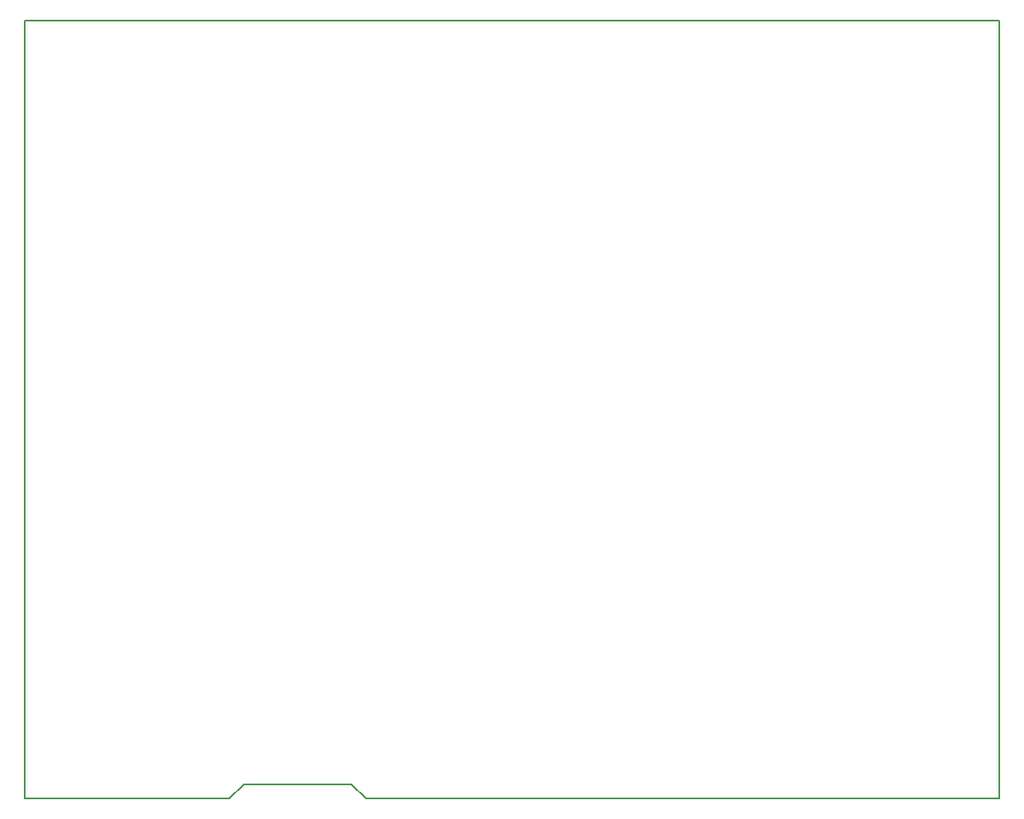
<source format=gm1>
G04 #@! TF.GenerationSoftware,KiCad,Pcbnew,(5.1.6)-1*
G04 #@! TF.CreationDate,2021-05-12T21:13:22-05:00*
G04 #@! TF.ProjectId,scuznet,7363757a-6e65-4742-9e6b-696361645f70,rev?*
G04 #@! TF.SameCoordinates,Original*
G04 #@! TF.FileFunction,Profile,NP*
%FSLAX46Y46*%
G04 Gerber Fmt 4.6, Leading zero omitted, Abs format (unit mm)*
G04 Created by KiCad (PCBNEW (5.1.6)-1) date 2021-05-12 21:13:22*
%MOMM*%
%LPD*%
G01*
G04 APERTURE LIST*
G04 #@! TA.AperFunction,Profile*
%ADD10C,0.150000*%
G04 #@! TD*
G04 APERTURE END LIST*
D10*
X81000000Y-140000000D02*
X60000000Y-140000000D01*
X93500000Y-138500000D02*
X95000000Y-140000000D01*
X82500000Y-138500000D02*
X93500000Y-138500000D01*
X82500000Y-138500000D02*
X81000000Y-140000000D01*
X160000000Y-60000000D02*
X160000000Y-140000000D01*
X95000000Y-140000000D02*
X160000000Y-140000000D01*
X60000000Y-60000000D02*
X60000000Y-140000000D01*
X60000000Y-60000000D02*
X160000000Y-60000000D01*
M02*

</source>
